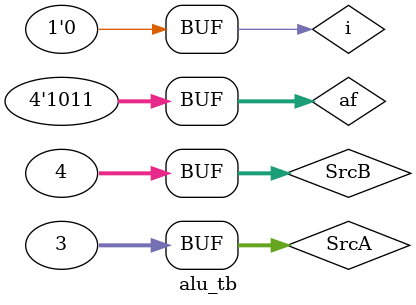
<source format=v>
module alu_tb();

	reg i;
	reg [31:0] SrcA;
	reg [31:0] SrcB;
	reg [3:0] af;
	wire [31:0] Alures;
	wire Zero;
	wire Neg;
	wire ovfalu;

	ALU UUT (
		.i(i),
		.SrcA(SrcA),
		.SrcB(SrcB),
		.af(af),
		.Alures(Alures),
		.Zero(Zero),
		.Neg(Neg),
		.ovfalu(ovfalu)
	);

	initial begin
		$dumpfile("alu-tb.vcd"); 
		$dumpvars(0, alu_tb);
		SrcA = 32'd3;
		SrcB = 32'd4;
		i = 1;
		af = 4'b0000;
		#10;
		af = 4'b0001;
		#10;
		af = 4'b0010;
		#10;
		af = 4'b0011;
		#10;
		af = 4'b0100;
		#10;
		af = 4'b0101;
		#10;
		af = 4'b0110;
		#10;
		af = 4'b0111;
		#10;
		af = 4'b1010;
		#10;
		af = 4'b1011;
		#10;
		i = 0;
		af = 4'b0000;
		#10;
		af = 4'b0001;
		#10;
		af = 4'b0010;
		#10;
		af = 4'b0011;
		#10;
		af = 4'b0100;
		#10;
		af = 4'b0101;
		#10;
		af = 4'b0110;
		#10;
		af = 4'b0111;
		#10;
		af = 4'b1010;
		#10;
		af = 4'b1011;
		#10;     
	end
endmodule
</source>
